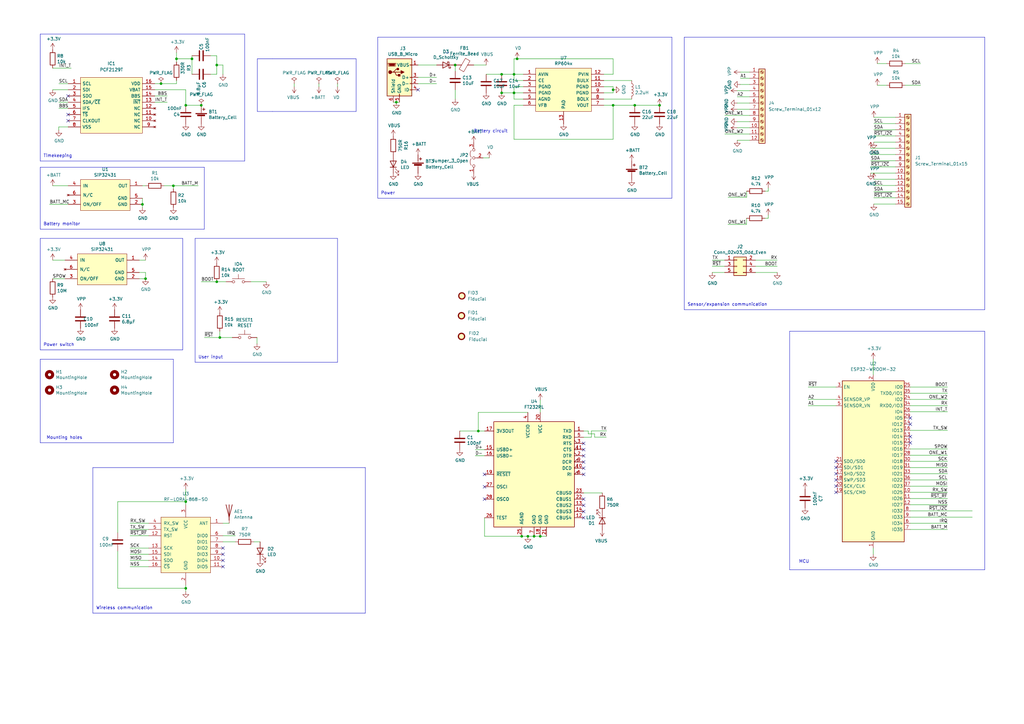
<source format=kicad_sch>
(kicad_sch (version 20230121) (generator eeschema)
  (paper "A3")
  (title_block (title "GEMS sensor board") (date "2019-03-22") (rev "Rev 2") (company "Olivier Pieters"))
  (junction (at 76.2 43.18))
  (junction (at 213.9696 219.964))
  (junction (at 82.55 43.18))
  (junction (at 66.04 34.29))
  (junction (at 221.5896 219.964))
  (junction (at 251.46 43.18))
  (junction (at 251.46 36.83))
  (junction (at 205.74 30.48))
  (junction (at 216.5096 219.964))
  (junction (at 196.1896 176.784))
  (junction (at 219.0496 219.964))
  (junction (at 72.39 24.13))
  (junction (at 205.74 38.1))
  (junction (at 162.56 41.91))
  (junction (at 210.82 30.48))
  (junction (at 90.17 138.43))
  (junction (at 78.74 24.13))
  (junction (at 59.69 114.3))
  (junction (at 71.12 76.2))
  (junction (at 76.2 205.74))
  (junction (at 210.82 38.1))
  (junction (at 212.09 24.13))
  (junction (at 58.42 83.82))
  (junction (at 88.9 26.67))
  (junction (at 186.69 26.67))
  (junction (at 270.51 43.18))
  (junction (at 88.9 115.57))
  (junction (at 76.2 241.3))
  (junction (at 260.35 43.18))
  (no_connect (at 91.44 224.79))
  (no_connect (at 373.38 173.99))
  (no_connect (at 198.7296 204.724))
  (no_connect (at 239.3696 192.024))
  (no_connect (at 373.38 179.07))
  (no_connect (at 239.3696 212.344))
  (no_connect (at 373.38 171.45))
  (no_connect (at 239.3696 209.804))
  (no_connect (at 91.44 229.87))
  (no_connect (at 27.94 46.99))
  (no_connect (at 27.94 39.37))
  (no_connect (at 342.9 201.93))
  (no_connect (at 342.9 194.31))
  (no_connect (at 198.7296 199.644))
  (no_connect (at 239.3696 207.264))
  (no_connect (at 239.3696 181.864))
  (no_connect (at 342.9 199.39))
  (no_connect (at 342.9 189.23))
  (no_connect (at 239.3696 189.484))
  (no_connect (at 171.45 36.83))
  (no_connect (at 342.9 191.77))
  (no_connect (at 239.3696 194.564))
  (no_connect (at 239.3696 204.724))
  (no_connect (at 91.44 232.41))
  (no_connect (at 373.38 181.61))
  (no_connect (at 239.3696 184.404))
  (no_connect (at 27.94 49.53))
  (no_connect (at 91.44 227.33))
  (no_connect (at 342.9 196.85))
  (no_connect (at 198.7296 194.564))
  (no_connect (at 239.3696 186.944))
  (wire (pts (xy 21.59 36.83) (xy 27.94 36.83)))
  (wire (pts (xy 358.394 55.753) (xy 367.284 55.753)))
  (wire (pts (xy 297.2816 54.9656) (xy 307.4416 54.9656)))
  (polyline (pts (xy 80.01 148.59) (xy 138.43 148.59)))
  (wire (pts (xy 242.57 179.324) (xy 242.57 176.7524)))
  (polyline (pts (xy 403.86 15.24) (xy 403.86 127)))
  (wire (pts (xy 388.62 194.31) (xy 373.38 194.31)))
  (wire (pts (xy 88.9 26.67) (xy 91.44 26.67)))
  (wire (pts (xy 241.3 176.784) (xy 239.3696 176.784)))
  (polyline (pts (xy 105.5624 45.72) (xy 105.5624 24.13)))
  (polyline (pts (xy 323.85 135.89) (xy 403.86 135.89)))
  (wire (pts (xy 388.62 158.75) (xy 373.38 158.75)))
  (wire (pts (xy 214.63 30.48) (xy 210.82 30.48)))
  (wire (pts (xy 251.46 38.1) (xy 247.65 38.1)))
  (wire (pts (xy 27.94 83.82) (xy 20.32 83.82)))
  (wire (pts (xy 76.2 200.66) (xy 76.2 205.74)))
  (wire (pts (xy 82.55 115.57) (xy 88.9 115.57)))
  (wire (pts (xy 251.46 43.18) (xy 260.35 43.18)))
  (wire (pts (xy 358.394 50.673) (xy 367.284 50.673)))
  (wire (pts (xy 53.34 232.41) (xy 60.96 232.41)))
  (polyline (pts (xy 105.5624 45.72) (xy 111.76 45.72)))
  (polyline (pts (xy 16.51 143.51) (xy 16.51 97.79)))
  (polyline (pts (xy 323.85 233.68) (xy 323.85 135.89)))
  (wire (pts (xy 357.124 68.453) (xy 367.284 68.453)))
  (polyline (pts (xy 83.82 68.58) (xy 83.82 93.98)))
  (wire (pts (xy 219.0496 219.964) (xy 221.5896 219.964)))
  (wire (pts (xy 105.41 138.43) (xy 105.41 140.97)))
  (polyline (pts (xy 149.86 191.77) (xy 149.86 251.46)))
  (wire (pts (xy 24.13 44.45) (xy 27.94 44.45)))
  (wire (pts (xy 358.394 83.693) (xy 367.284 83.693)))
  (wire (pts (xy 388.62 161.29) (xy 373.38 161.29)))
  (wire (pts (xy 86.36 22.86) (xy 88.9 22.86)))
  (wire (pts (xy 292.1 109.22) (xy 297.18 109.22)))
  (wire (pts (xy 120.65 34.29) (xy 120.65 35.56)))
  (wire (pts (xy 91.44 214.63) (xy 93.98 214.63)))
  (wire (pts (xy 210.82 24.13) (xy 212.09 24.13)))
  (wire (pts (xy 221.5896 219.964) (xy 224.1296 219.964)))
  (wire (pts (xy 241.3 177.9583) (xy 243.8604 177.9583)))
  (polyline (pts (xy 154.94 15.24) (xy 275.59 15.24)))
  (wire (pts (xy 388.62 199.39) (xy 373.38 199.39)))
  (wire (pts (xy 213.9696 219.964) (xy 198.7296 219.964)))
  (wire (pts (xy 72.39 24.13) (xy 78.74 24.13)))
  (wire (pts (xy 216.5096 169.164) (xy 196.1896 169.164)))
  (wire (pts (xy 210.82 38.1) (xy 205.74 38.1)))
  (wire (pts (xy 91.44 219.71) (xy 96.52 219.71)))
  (wire (pts (xy 63.5 41.91) (xy 68.58 41.91)))
  (polyline (pts (xy 146.05 24.13) (xy 146.05 45.72)))
  (wire (pts (xy 251.46 30.48) (xy 247.65 30.48)))
  (polyline (pts (xy 280.67 127) (xy 403.86 127)))
  (wire (pts (xy 210.82 33.02) (xy 210.82 30.48)))
  (wire (pts (xy 239.3696 202.184) (xy 246.9896 202.184)))
  (wire (pts (xy 388.62 191.77) (xy 373.38 191.77)))
  (wire (pts (xy 247.65 43.18) (xy 251.46 43.18)))
  (polyline (pts (xy 138.43 148.59) (xy 138.43 97.79)))
  (polyline (pts (xy 71.12 147.32) (xy 71.12 181.61)))
  (wire (pts (xy 27.94 34.29) (xy 24.13 34.29)))
  (wire (pts (xy 60.96 214.63) (xy 53.34 214.63)))
  (wire (pts (xy 306.2224 78.3844) (xy 306.2224 80.9244)))
  (wire (pts (xy 377.5964 26.0604) (xy 371.2464 26.0604)))
  (wire (pts (xy 251.46 36.83) (xy 251.46 38.1)))
  (wire (pts (xy 171.45 26.67) (xy 179.07 26.67)))
  (wire (pts (xy 357.124 60.833) (xy 367.284 60.833)))
  (wire (pts (xy 88.9 30.48) (xy 86.36 30.48)))
  (wire (pts (xy 318.77 111.76) (xy 309.88 111.76)))
  (wire (pts (xy 162.56 41.91) (xy 163.83 41.91)))
  (polyline (pts (xy 80.01 97.79) (xy 80.01 148.59)))
  (wire (pts (xy 297.18 106.68) (xy 292.1 106.68)))
  (wire (pts (xy 96.52 222.25) (xy 91.44 222.25)))
  (wire (pts (xy 358.394 48.133) (xy 367.284 48.133)))
  (wire (pts (xy 373.38 184.15) (xy 388.62 184.15)))
  (wire (pts (xy 72.39 25.4) (xy 72.39 24.13)))
  (wire (pts (xy 63.5 34.29) (xy 66.04 34.29)))
  (wire (pts (xy 53.34 227.33) (xy 60.96 227.33)))
  (polyline (pts (xy 38.1 191.77) (xy 38.1 251.46)))
  (wire (pts (xy 307.4416 34.6456) (xy 303.6316 34.6456)))
  (wire (pts (xy 196.1896 176.784) (xy 188.5696 176.784)))
  (wire (pts (xy 91.44 26.67) (xy 91.44 30.48)))
  (wire (pts (xy 59.69 76.2) (xy 58.42 76.2)))
  (wire (pts (xy 297.2816 47.3456) (xy 307.4416 47.3456)))
  (wire (pts (xy 213.9696 219.964) (xy 216.5096 219.964)))
  (wire (pts (xy 373.38 168.91) (xy 388.62 168.91)))
  (wire (pts (xy 214.63 38.1) (xy 210.82 38.1)))
  (wire (pts (xy 102.87 115.57) (xy 109.22 115.57)))
  (wire (pts (xy 221.5896 164.084) (xy 221.5896 169.164)))
  (wire (pts (xy 210.82 40.64) (xy 214.63 40.64)))
  (wire (pts (xy 196.1896 169.164) (xy 196.1896 176.784)))
  (wire (pts (xy 243.8604 179.2874) (xy 248.6708 179.2874)))
  (polyline (pts (xy 16.51 143.51) (xy 74.93 143.51)))
  (polyline (pts (xy 403.86 233.68) (xy 323.85 233.68)))
  (wire (pts (xy 242.57 179.324) (xy 239.3696 179.324)))
  (polyline (pts (xy 80.01 97.79) (xy 138.43 97.79)))
  (wire (pts (xy 307.4416 49.8856) (xy 302.3616 49.8856)))
  (wire (pts (xy 388.62 166.37) (xy 373.38 166.37)))
  (wire (pts (xy 186.69 29.21) (xy 186.69 26.67)))
  (wire (pts (xy 194.31 26.67) (xy 199.39 26.67)))
  (wire (pts (xy 78.74 22.86) (xy 78.74 24.13)))
  (polyline (pts (xy 403.86 135.89) (xy 403.86 233.68)))
  (polyline (pts (xy 16.51 13.97) (xy 16.51 66.04)))
  (wire (pts (xy 53.34 224.79) (xy 60.96 224.79)))
  (wire (pts (xy 71.12 76.2) (xy 71.12 77.47)))
  (wire (pts (xy 313.7916 89.5096) (xy 315.0616 89.5096)))
  (wire (pts (xy 251.46 43.18) (xy 251.46 57.15)))
  (polyline (pts (xy 100.33 13.97) (xy 16.51 13.97)))
  (wire (pts (xy 130.81 34.29) (xy 130.81 35.56)))
  (wire (pts (xy 388.62 186.69) (xy 373.38 186.69)))
  (wire (pts (xy 88.9 115.57) (xy 92.71 115.57)))
  (wire (pts (xy 161.29 41.91) (xy 162.56 41.91)))
  (wire (pts (xy 358.14 224.79) (xy 358.14 227.33)))
  (wire (pts (xy 72.39 34.29) (xy 72.39 33.02)))
  (wire (pts (xy 48.26 241.3) (xy 48.26 226.06)))
  (wire (pts (xy 210.82 35.56) (xy 210.82 38.1)))
  (wire (pts (xy 212.09 24.13) (xy 251.46 24.13)))
  (wire (pts (xy 29.21 27.94) (xy 21.59 27.94)))
  (polyline (pts (xy 154.94 15.24) (xy 154.94 81.28)))
  (wire (pts (xy 83.82 138.43) (xy 90.17 138.43)))
  (wire (pts (xy 214.63 35.56) (xy 210.82 35.56)))
  (wire (pts (xy 373.38 212.09) (xy 398.78 212.09)))
  (wire (pts (xy 318.77 109.22) (xy 309.88 109.22)))
  (wire (pts (xy 138.43 34.29) (xy 138.43 35.56)))
  (wire (pts (xy 309.88 106.68) (xy 318.77 106.68)))
  (wire (pts (xy 307.4416 42.2656) (xy 302.3616 42.2656)))
  (wire (pts (xy 104.14 222.25) (xy 106.68 222.25)))
  (polyline (pts (xy 280.67 15.24) (xy 403.86 15.24)))
  (wire (pts (xy 21.59 106.68) (xy 26.67 106.68)))
  (wire (pts (xy 63.5 36.83) (xy 76.2 36.83)))
  (polyline (pts (xy 71.12 181.61) (xy 16.51 181.61)))
  (wire (pts (xy 241.3 176.784) (xy 241.3 177.9583)))
  (wire (pts (xy 358.394 73.533) (xy 367.284 73.533)))
  (polyline (pts (xy 38.1 251.46) (xy 149.86 251.46)))
  (wire (pts (xy 298.6024 80.9244) (xy 306.2224 80.9244)))
  (polyline (pts (xy 111.76 24.13) (xy 146.05 24.13)))
  (wire (pts (xy 298.5516 92.0496) (xy 306.1716 92.0496)))
  (wire (pts (xy 307.4416 44.8056) (xy 302.3616 44.8056)))
  (wire (pts (xy 357.124 65.913) (xy 367.284 65.913)))
  (wire (pts (xy 194.9196 184.404) (xy 198.7296 184.404)))
  (wire (pts (xy 303.6316 29.5656) (xy 307.4416 29.5656)))
  (polyline (pts (xy 154.94 81.28) (xy 275.59 81.28)))
  (polyline (pts (xy 146.05 45.72) (xy 111.76 45.72)))
  (wire (pts (xy 313.8424 78.3844) (xy 315.1124 78.3844)))
  (wire (pts (xy 210.82 57.15) (xy 251.46 57.15)))
  (wire (pts (xy 210.82 43.18) (xy 214.63 43.18)))
  (wire (pts (xy 171.45 31.75) (xy 179.07 31.75)))
  (wire (pts (xy 243.8604 177.9583) (xy 243.8604 179.2874)))
  (wire (pts (xy 78.74 24.13) (xy 78.74 30.48)))
  (wire (pts (xy 373.38 209.55) (xy 398.78 209.55)))
  (polyline (pts (xy 184.15 21.59) (xy 182.88 21.59)))
  (wire (pts (xy 247.65 35.56) (xy 251.46 35.56)))
  (wire (pts (xy 358.394 53.213) (xy 367.284 53.213)))
  (wire (pts (xy 373.38 204.47) (xy 388.62 204.47)))
  (wire (pts (xy 58.42 85.09) (xy 58.42 83.82)))
  (wire (pts (xy 67.31 76.2) (xy 71.12 76.2)))
  (wire (pts (xy 63.5 39.37) (xy 68.58 39.37)))
  (wire (pts (xy 307.4416 52.4256) (xy 302.3616 52.4256)))
  (wire (pts (xy 71.12 76.2) (xy 81.28 76.2)))
  (wire (pts (xy 307.4416 37.1856) (xy 302.3616 37.1856)))
  (wire (pts (xy 358.394 76.073) (xy 367.284 76.073)))
  (polyline (pts (xy 275.59 15.24) (xy 275.59 81.28)))
  (wire (pts (xy 306.1716 89.5096) (xy 306.1716 92.0496)))
  (wire (pts (xy 186.69 36.83) (xy 186.69 40.64)))
  (wire (pts (xy 216.5096 219.964) (xy 219.0496 219.964)))
  (wire (pts (xy 199.39 30.48) (xy 205.74 30.48)))
  (wire (pts (xy 331.47 158.75) (xy 342.9 158.75)))
  (wire (pts (xy 53.34 219.71) (xy 60.96 219.71)))
  (wire (pts (xy 210.82 43.18) (xy 210.82 57.15)))
  (wire (pts (xy 307.4416 39.7256) (xy 302.3616 39.7256)))
  (wire (pts (xy 59.69 111.76) (xy 59.69 114.3)))
  (wire (pts (xy 373.38 214.63) (xy 388.62 214.63)))
  (wire (pts (xy 198.7296 176.784) (xy 196.1896 176.784)))
  (wire (pts (xy 307.4416 57.5056) (xy 302.3616 57.5056)))
  (wire (pts (xy 373.38 176.53) (xy 388.62 176.53)))
  (wire (pts (xy 90.17 135.89) (xy 90.17 138.43)))
  (wire (pts (xy 251.46 24.13) (xy 251.46 30.48)))
  (polyline (pts (xy 16.51 181.61) (xy 16.51 147.32)))
  (wire (pts (xy 57.15 106.68) (xy 59.69 106.68)))
  (wire (pts (xy 76.2 241.3) (xy 76.2 242.57)))
  (wire (pts (xy 48.26 205.74) (xy 76.2 205.74)))
  (wire (pts (xy 210.82 30.48) (xy 205.74 30.48)))
  (polyline (pts (xy 16.51 68.58) (xy 83.82 68.58)))
  (wire (pts (xy 53.34 229.87) (xy 60.96 229.87)))
  (polyline (pts (xy 16.51 93.98) (xy 16.51 68.58)))
  (wire (pts (xy 357.124 63.373) (xy 367.284 63.373)))
  (wire (pts (xy 359.8164 34.9504) (xy 363.6264 34.9504)))
  (wire (pts (xy 72.39 24.13) (xy 72.39 21.59)))
  (wire (pts (xy 60.96 217.17) (xy 53.34 217.17)))
  (wire (pts (xy 57.15 114.3) (xy 59.69 114.3)))
  (wire (pts (xy 27.94 41.91) (xy 24.13 41.91)))
  (wire (pts (xy 357.124 70.993) (xy 367.284 70.993)))
  (wire (pts (xy 388.62 189.23) (xy 373.38 189.23)))
  (wire (pts (xy 76.2 43.18) (xy 76.2 36.83)))
  (wire (pts (xy 88.9 26.67) (xy 88.9 30.48)))
  (wire (pts (xy 373.38 201.93) (xy 388.62 201.93)))
  (wire (pts (xy 198.7296 219.964) (xy 198.7296 212.344)))
  (wire (pts (xy 24.13 52.07) (xy 24.13 53.34)))
  (polyline (pts (xy 100.33 66.04) (xy 100.33 13.97)))
  (wire (pts (xy 90.17 138.43) (xy 95.25 138.43)))
  (wire (pts (xy 358.394 81.153) (xy 367.284 81.153)))
  (polyline (pts (xy 105.5624 24.13) (xy 111.76 24.13)))
  (wire (pts (xy 171.45 34.29) (xy 179.07 34.29)))
  (wire (pts (xy 315.1124 77.1144) (xy 315.1124 78.3844)))
  (wire (pts (xy 21.59 114.3) (xy 26.67 114.3)))
  (wire (pts (xy 247.65 33.02) (xy 259.08 33.02)))
  (polyline (pts (xy 83.82 93.98) (xy 16.51 93.98)))
  (wire (pts (xy 48.26 205.74) (xy 48.26 218.44)))
  (wire (pts (xy 358.14 147.32) (xy 358.14 153.67)))
  (wire (pts (xy 388.62 196.85) (xy 373.38 196.85)))
  (wire (pts (xy 194.9196 186.944) (xy 198.7296 186.944)))
  (polyline (pts (xy 16.51 66.04) (xy 100.33 66.04)))
  (wire (pts (xy 198.12 64.77) (xy 200.66 64.77)))
  (polyline (pts (xy 38.1 191.77) (xy 149.86 191.77)))
  (polyline (pts (xy 280.67 15.24) (xy 280.67 127)))
  (wire (pts (xy 358.394 78.613) (xy 367.284 78.613)))
  (wire (pts (xy 76.2 241.3) (xy 48.26 241.3)))
  (wire (pts (xy 66.04 34.29) (xy 72.39 34.29)))
  (wire (pts (xy 303.6316 32.1056) (xy 307.4416 32.1056)))
  (wire (pts (xy 315.0616 88.2396) (xy 315.0616 89.5096)))
  (wire (pts (xy 358.394 58.293) (xy 367.284 58.293)))
  (wire (pts (xy 21.59 76.2) (xy 27.94 76.2)))
  (wire (pts (xy 24.13 52.07) (xy 27.94 52.07)))
  (wire (pts (xy 58.42 81.28) (xy 58.42 83.82)))
  (wire (pts (xy 388.62 163.83) (xy 373.38 163.83)))
  (wire (pts (xy 247.65 40.64) (xy 259.08 40.64)))
  (polyline (pts (xy 16.51 147.32) (xy 71.12 147.32)))
  (wire (pts (xy 76.2 205.74) (xy 76.2 207.01)))
  (wire (pts (xy 377.5964 34.9504) (xy 371.2464 34.9504)))
  (wire (pts (xy 331.47 163.83) (xy 342.9 163.83)))
  (wire (pts (xy 82.55 43.18) (xy 76.2 43.18)))
  (polyline (pts (xy 16.51 97.79) (xy 74.93 97.79)))
  (wire (pts (xy 88.9 22.86) (xy 88.9 26.67)))
  (wire (pts (xy 76.2 240.03) (xy 76.2 241.3)))
  (wire (pts (xy 260.35 43.18) (xy 270.51 43.18)))
  (wire (pts (xy 292.1 111.76) (xy 297.18 111.76)))
  (wire (pts (xy 331.47 166.37) (xy 342.9 166.37)))
  (wire (pts (xy 359.8164 26.0604) (xy 363.6264 26.0604)))
  (wire (pts (xy 242.57 176.7524) (xy 248.8249 176.7524)))
  (wire (pts (xy 373.38 217.17) (xy 388.62 217.17)))
  (wire (pts (xy 214.63 33.02) (xy 210.82 33.02)))
  (wire (pts (xy 251.46 35.56) (xy 251.46 36.83)))
  (wire (pts (xy 210.82 30.48) (xy 210.82 24.13)))
  (wire (pts (xy 373.38 207.01) (xy 388.62 207.01)))
  (wire (pts (xy 57.15 111.76) (xy 59.69 111.76)))
  (polyline (pts (xy 74.93 97.79) (xy 74.93 143.51)))
  (wire (pts (xy 210.82 38.1) (xy 210.82 40.64)))
  (text "Power switch" (at 17.78 142.24 0) (effects (font (size 1.27 1.27)) (justify left bottom)))
  (text "Wireless communication" (at 39.37 250.19 0) (effects (font (size 1.27 1.27)) (justify left bottom)))
  (text "Timekeeping" (at 17.78 64.77 0) (effects (font (size 1.27 1.27)) (justify left bottom)))
  (text "User input" (at 81.28 147.32 0) (effects (font (size 1.27 1.27)) (justify left bottom)))
  (text "MCU" (at 327.66 231.14 0) (effects (font (size 1.27 1.27)) (justify left bottom)))
  (text "Battery circuit" (at 194.31 54.61 0) (effects (font (size 1.27 1.27)) (justify left bottom)))
  (text "Sensor/expansion communication" (at 281.94 125.73 0) (effects (font (size 1.27 1.27)) (justify left bottom)))
  (text "Battery monitor" (at 17.78 92.71 0) (effects (font (size 1.27 1.27)) (justify left bottom)))
  (text "Mounting holes" (at 19.05 180.34 0) (effects (font (size 1.27 1.27)) (justify left bottom)))
  (text "Power" (at 156.21 80.01 0) (effects (font (size 1.27 1.27)) (justify left bottom)))
  (label "ONE_W1" (at 298.5516 92.0496 0))
  (label "BOOT" (at 318.77 109.22 180))
  (label "SPOW" (at 21.59 114.3 0))
  (label "~{RST}" (at 83.82 138.43 0))
  (label "INT_T" (at 29.21 27.94 180))
  (label "SDA" (at 358.394 53.213 0))
  (label "INT_T" (at 388.62 168.91 180))
  (label "~{RST}" (at 331.47 158.75 0))
  (label "SCL" (at 24.13 34.29 0))
  (label "MISO" (at 53.34 229.87 0))
  (label "SDA" (at 388.62 194.31 180))
  (label "~{RST_RF}" (at 53.34 219.71 0))
  (label "SCL" (at 358.394 50.673 0))
  (label "SDA" (at 24.13 41.91 0))
  (label "SCK" (at 53.34 224.79 0))
  (label "MISO" (at 388.62 191.77 180))
  (label "D-" (at 179.07 34.29 180))
  (label "IRQ" (at 96.52 219.71 180))
  (label "ONE_W2" (at 388.62 163.83 180))
  (label "SPOW" (at 388.62 184.15 180))
  (label "SCL" (at 388.62 196.85 180))
  (label "~{RST_I2C}" (at 388.62 209.55 180))
  (label "SDA" (at 358.394 78.613 0))
  (label "RX" (at 248.6708 179.2874 180))
  (label "ONE_W1" (at 297.2816 47.3456 0))
  (label "TX" (at 388.62 161.29 180))
  (label "BATT_M" (at 81.28 76.2 180))
  (label "RX_SW" (at 53.34 214.63 0))
  (label "SCL" (at 357.124 63.373 0))
  (label "A1" (at 331.47 166.37 0))
  (label "A1" (at 303.6316 32.1056 0))
  (label "INT_T" (at 68.58 41.91 180))
  (label "TX_SW" (at 388.62 176.53 180))
  (label "SCL" (at 377.5964 26.0604 180))
  (label "D+" (at 179.07 31.75 180))
  (label "ONE_W2" (at 297.2816 54.9656 0))
  (label "ONE_W1" (at 388.62 186.69 180))
  (label "SCL" (at 358.394 76.073 0))
  (label "BATT_MC" (at 20.32 83.82 0))
  (label "BBS" (at 68.58 39.37 180))
  (label "RX" (at 318.77 106.68 180))
  (label "TX" (at 292.1 106.68 0))
  (label "BATT_MC" (at 388.62 212.09 180))
  (label "BOOT" (at 388.62 158.75 180))
  (label "TX" (at 248.8249 176.7524 180))
  (label "~{RST_I2C}" (at 358.394 81.153 0))
  (label "MOSI" (at 53.34 227.33 0))
  (label "NSS" (at 53.34 232.41 0))
  (label "SDA" (at 357.124 65.913 0))
  (label "D+" (at 194.9196 184.404 0))
  (label "A2" (at 302.3616 39.7256 0))
  (label "~{RST_I2C}" (at 358.394 55.753 0))
  (label "~{RST_RF}" (at 388.62 204.47 180))
  (label "IRQ" (at 388.62 214.63 180))
  (label "RX_SW" (at 388.62 201.93 180))
  (label "ONE_W2" (at 298.6024 80.9244 0))
  (label "MOSI" (at 388.62 199.39 180))
  (label "RX" (at 388.62 166.37 180))
  (label "SCK" (at 388.62 189.23 180))
  (label "D-" (at 194.9196 186.944 0))
  (label "~{RST_I2C}" (at 357.124 68.453 0))
  (label "~{RST}" (at 292.1 109.22 0))
  (label "BATT_M" (at 388.62 217.17 180))
  (label "BBS" (at 24.13 44.45 0))
  (label "A2" (at 331.47 163.83 0))
  (label "TX_SW" (at 53.34 217.17 0))
  (label "BOOT" (at 82.55 115.57 0))
  (label "NSS" (at 388.62 207.01 180))
  (label "SDA" (at 377.5964 34.9504 180))
  (symbol (lib_id "power:+3.3V") (at 72.39 21.59 0) (unit 1)
    (property "Reference" "#PWR013" (effects hide))
    (property "Value" "+3.3V" (at 72.771 17.1958 0))
  )
  (symbol (lib_id "power:GND") (at 21.59 36.83 0) (unit 1)
    (property "Reference" "#PWR01" (effects hide))
    (property "Value" "GND" (at 21.717 41.2242 0))
  )
  (symbol (lib_id "power:GND") (at 76.2 242.57 0) (unit 1)
    (property "Reference" "#PWR028" (effects hide))
    (property "Value" "GND" (at 76.327 246.9642 0))
  )
  (symbol (lib_id "power:GND") (at 357.124 70.993 0) (unit 1)
    (property "Reference" "#PWR048" (effects hide))
    (property "Value" "GND" (at 357.251 75.3872 0))
  )
  (symbol (lib_id "power:GND") (at 24.13 53.34 0) (unit 1)
    (property "Reference" "#PWR03" (effects hide))
    (property "Value" "GND" (at 24.257 57.7342 0))
  )
  (symbol (lib_id "Device:R") (at 309.9816 89.5096 270) (unit 1)
    (property "Reference" "R10" (at 309.9816 84.2518 90))
    (property "Value" "4.7k" (at 309.9816 86.5632 90))
    (property "Footprint" "Resistor_SMD:R_0603_1608Metric" (effects hide))
    (property "Mouser" "71-CRCW06034K70JNEAC" (effects hide))
    (property "Price" "0.085" (effects hide))
    (property "Manufacturer_Name" "Vishay" (effects hide))
    (property "Manufacturer_Part_Number" "CRCW06034K70JNEAC" (effects hide))
  )
  (symbol (lib_id "power:GND") (at 303.6316 34.6456 270) (unit 1)
    (property "Reference" "#PWR060" (effects hide))
    (property "Value" "GND" (at 299.2374 34.7726 0))
  )
  (symbol (lib_id "Switch:SW_Push") (at 97.79 115.57 0) (unit 1)
    (property "Reference" "IO4" (at 97.79 108.331 0))
    (property "Value" "BOOT" (at 97.79 110.6424 0))
    (property "Footprint" "Button_Switch_SMD:SW_SPST_KMR2" (effects hide))
    (property "Mouser" "611-KMR621NGLFS" (effects hide))
    (property "Price" "0.33" (effects hide))
    (property "Manufacturer_Part_Number" "KMR621NGLFS" (effects hide))
  )
  (symbol (lib_id "Switch:SW_Push") (at 100.33 138.43 0) (unit 1)
    (property "Reference" "RESET1" (at 100.33 131.191 0))
    (property "Value" "RESET" (at 100.33 133.5024 0))
    (property "Footprint" "Button_Switch_SMD:SW_SPST_KMR2" (effects hide))
    (property "Mouser" "611-KMR621NGLFS" (effects hide))
    (property "Price" "0.33" (effects hide))
    (property "Manufacturer_Name" "C&K" (effects hide))
    (property "Manufacturer_Part_Number" "KMR621NGLFS" (effects hide))
  )
  (symbol (lib_id "power:GND") (at 109.22 115.57 0) (unit 1)
    (property "Reference" "#PWR077" (effects hide))
    (property "Value" "GND" (at 109.347 119.9642 0))
  )
  (symbol (lib_id "power:+3.3V") (at 90.17 128.27 0) (unit 1)
    (property "Reference" "#PWR078" (effects hide))
    (property "Value" "+3.3V" (at 90.551 123.8758 0))
  )
  (symbol (lib_id "Device:R") (at 90.17 132.08 0) (unit 1)
    (property "Reference" "R15" (at 91.948 130.9116 0) (effects (justify left)))
    (property "Value" "10k" (at 91.948 133.223 0) (effects (justify left)))
    (property "Footprint" "Resistor_SMD:R_0603_1608Metric" (effects hide))
    (property "Mouser" "284-APC0603B10K0N" (effects hide))
    (property "Price" "0.102" (effects hide))
    (property "Manufacturer_Part_Number" "APC0603B10K0N" (effects hide))
  )
  (symbol (lib_id "power:GND") (at 292.1 111.76 0) (unit 1)
    (property "Reference" "#PWR080" (effects hide))
    (property "Value" "GND" (at 292.227 116.1542 0))
  )
  (symbol (lib_id "Device:C") (at 48.26 222.25 0) (unit 1)
    (property "Reference" "C9" (at 41.91 220.98 0) (effects (justify left)))
    (property "Value" "100nF" (at 40.64 223.52 0) (effects (justify left)))
    (property "Footprint" "Capacitor_SMD:C_0603_1608Metric" (effects hide))
    (property "Mouser" "810-CGA3E2X8R1E104K" (effects hide))
    (property "Price" "0.136" (effects hide))
    (property "Manufacturer_Part_Number" "CGA3E2X8R1E104K" (effects hide))
  )
  (symbol (lib_id "Device:R") (at 72.39 29.21 180) (unit 1)
    (property "Reference" "R3" (at 77.47 29.21 90) (effects (justify right)))
    (property "Value" "330R" (at 74.93 30.48 90) (effects (justify right)))
    (property "Footprint" "Resistor_SMD:R_0603_1608Metric" (effects hide))
    (property "Mouser" "603-RC0603JR-07330RL" (effects hide))
    (property "Price" "0.085" (effects hide))
    (property "Manufacturer_Part_Number" "RC0603JR-07330RL" (effects hide))
  )
  (symbol (lib_id "Device:C") (at 76.2 46.99 180) (unit 1)
    (property "Reference" "C4" (at 71.12 46.99 0) (effects (justify right)))
    (property "Value" "100nF" (at 68.58 44.45 0) (effects (justify right)))
    (property "Footprint" "Capacitor_SMD:C_0603_1608Metric" (effects hide))
    (property "Mouser" "810-CGA3E2X8R1E104K" (effects hide))
    (property "Price" "0.136" (effects hide))
    (property "Manufacturer_Part_Number" "CGA3E2X8R1E104K" (effects hide))
  )
  (symbol (lib_id "Device:C") (at 82.55 30.48 270) (unit 1)
    (property "Reference" "C6" (at 83.7184 33.401 0) (effects (justify left)))
    (property "Value" "6.8µF" (at 81.407 33.401 0) (effects (justify left)))
    (property "Footprint" "Capacitor_SMD:C_1206_3216Metric" (effects hide))
    (property "Mouser" "810-CGA5L1X7R1C685MC" (effects hide))
    (property "Price" "0.364" (effects hide))
    (property "Manufacturer_Part_Number" "CGA5L1X7R1C685MC" (effects hide))
  )
  (symbol (lib_id "power:+3.3V") (at 358.14 147.32 0) (unit 1)
    (property "Reference" "#PWR017" (effects hide))
    (property "Value" "+3.3V" (at 358.521 142.9258 0))
  )
  (symbol (lib_id "power:GND") (at 358.14 227.33 0) (unit 1)
    (property "Reference" "#PWR020" (effects hide))
    (property "Value" "GND" (at 358.267 231.7242 0))
  )
  (symbol (lib_id "Device:C") (at 330.2 204.47 180) (unit 1)
    (property "Reference" "C7" (at 336.6008 204.47 90))
    (property "Value" "100nF" (at 334.2894 204.47 90))
    (property "Footprint" "Capacitor_SMD:C_0603_1608Metric" (effects hide))
    (property "Mouser" "810-CGA3E2X8R1E104K" (effects hide))
    (property "Price" "0.136" (effects hide))
    (property "Manufacturer_Part_Number" "CGA3E2X8R1E104K" (effects hide))
  )
  (symbol (lib_id "Device:Battery_Cell") (at 82.55 48.26 0) (unit 1)
    (property "Reference" "BT1" (at 85.5472 45.8216 0) (effects (justify left)))
    (property "Value" "Battery_Cell" (at 85.5472 48.133 0) (effects (justify left)))
    (property "Footprint" "gems_footprints:Renata_Battery_Holder_SMTM1125" (effects hide))
    (property "Mouser" "614-SMTM1225" (effects hide))
    (property "Price" "0.529" (effects hide))
    (property "Manufacturer_Part_Number" "SMTM1225" (effects hide))
  )
  (symbol (lib_id "Device:D_Schottky") (at 182.88 26.67 180) (unit 1)
    (property "Reference" "D3" (at 182.88 21.1836 0))
    (property "Value" "D_Schottky" (at 182.88 23.495 0))
    (property "Footprint" "Diode_SMD:D_SMB" (effects hide))
    (property "Mouser" "78-TLMY1000" (effects hide))
    (property "Price" "0.36" (effects hide))
    (property "Manufacturer_Part_Number" "TLMY1000" (effects hide))
  )
  (symbol (lib_id "sensor_node-rescue:Ferrite_Bead-Device") (at 190.5 26.67 270) (unit 1)
    (property "Reference" "FB1" (at 190.5 19.7104 90))
    (property "Value" "Ferrite_Bead" (at 190.5 22.0218 90))
    (property "Footprint" "Inductor_SMD:L_0805_2012Metric_Pad1.15x1.40mm_HandSolder" (effects hide))
    (property "Mouser" "875-MI0805K400R-10" (effects hide))
    (property "Price" "0.09" (effects hide))
    (property "Manufacturer_Part_Number" "MI0805K400R-10" (effects hide))
  )
  (symbol (lib_id "Device:C") (at 186.69 33.02 180) (unit 1)
    (property "Reference" "C13" (at 189.611 31.8516 0) (effects (justify right)))
    (property "Value" "10uF" (at 189.611 34.163 0) (effects (justify right)))
    (property "Footprint" "Capacitor_SMD:C_1206_3216Metric" (effects hide))
    (property "Mouser" "963-TMK325BJ106KM-P" (effects hide))
    (property "Price" "0.415" (effects hide))
    (property "Manufacturer_Part_Number" "TMK325BJ106KM-P" (effects hide))
  )
  (symbol (lib_id "power:GND") (at 186.69 40.64 0) (unit 1)
    (property "Reference" "#PWR042" (effects hide))
    (property "Value" "GND" (at 186.817 45.0342 0))
  )
  (symbol (lib_id "sensor_node-rescue:USB_B_Micro-Connector") (at 163.83 31.75 0) (unit 1)
    (property "Reference" "J3" (at 165.227 19.8882 0))
    (property "Value" "USB_B_Micro" (at 165.227 22.1996 0))
    (property "Footprint" "Connector_USB:USB_Micro-B_Molex-105017-0001" (effects hide))
    (property "Mouser" "538-105017-0001" (effects hide))
    (property "Price" "0.70" (effects hide))
    (property "Manufacturer_Part_Number" "105017-0001" (effects hide))
  )
  (symbol (lib_id "power:GND") (at 162.56 41.91 0) (unit 1)
    (property "Reference" "#PWR034" (effects hide))
    (property "Value" "GND" (at 162.687 46.3042 0))
  )
  (symbol (lib_id "power:GND") (at 231.14 50.8 0) (unit 1)
    (property "Reference" "#PWR0101" (effects hide))
    (property "Value" "GND" (at 231.267 55.1942 0))
  )
  (symbol (lib_id "Mechanical:MountingHole") (at 20.32 153.67 0) (unit 1)
    (property "Reference" "H1" (at 22.86 152.5016 0) (effects (justify left)))
    (property "Value" "MountingHole" (at 22.86 154.813 0) (effects (justify left)))
    (property "Footprint" "MountingHole:MountingHole_3.2mm_M3" (effects hide))
    (property "Price" "0" (effects hide))
  )
  (symbol (lib_id "Mechanical:MountingHole") (at 46.99 153.67 0) (unit 1)
    (property "Reference" "H2" (at 49.53 152.5016 0) (effects (justify left)))
    (property "Value" "MountingHole" (at 49.53 154.813 0) (effects (justify left)))
    (property "Footprint" "MountingHole:MountingHole_3.2mm_M3" (effects hide))
    (property "Price" "0" (effects hide))
  )
  (symbol (lib_id "Device:Battery_Cell") (at 171.45 68.58 0) (unit 1)
    (property "Reference" "BT3" (at 174.4472 66.1416 0) (effects (justify left)))
    (property "Value" "Battery_Cell" (at 174.4472 68.453 0) (effects (justify left)))
    (property "Footprint" "gems_footprints:Eagle_Battery_Holder_A_12BH311P-GR" (effects hide))
    (property "Farnell battery AA" "1365937" (effects hide))
    (property "Mouser" "12BH311P-GR" (effects hide))
    (property "Manufacturer_Part_Number" "12BH311P-GR" (effects hide))
  )
  (symbol (lib_id "Device:C") (at 270.51 46.99 0) (unit 1)
    (property "Reference" "C18" (at 273.431 45.8216 0) (effects (justify left)))
    (property "Value" "22uF" (at 273.431 48.133 0) (effects (justify left)))
    (property "Footprint" "Capacitor_SMD:C_1206_3216Metric" (effects hide))
    (property "Mouser" "963-TMK316BBJ226ML-T" (effects hide))
    (property "Price" "0.449" (effects hide))
    (property "Manufacturer_Part_Number" "TMK316BBJ226ML-T" (effects hide))
  )
  (symbol (lib_id "power:GND") (at 270.51 50.8 0) (unit 1)
    (property "Reference" "#PWR089" (effects hide))
    (property "Value" "GND" (at 270.637 55.1942 0))
  )
  (symbol (lib_id "Device:C") (at 199.39 34.29 180) (unit 1)
    (property "Reference" "C17" (at 202.311 33.1216 0) (effects (justify right)))
    (property "Value" "10uF" (at 202.311 35.433 0) (effects (justify right)))
    (property "Footprint" "Capacitor_SMD:C_1206_3216Metric" (effects hide))
    (property "Mouser" "963-TMK325BJ106KM-P" (effects hide))
    (property "Price" "0.415" (effects hide))
    (property "Manufacturer_Part_Number" "TMK325BJ106KM-P" (effects hide))
  )
  (symbol (lib_id "power:GND") (at 199.39 38.1 0) (unit 1)
    (property "Reference" "#PWR088" (effects hide))
    (property "Value" "GND" (at 199.517 42.4942 0))
  )
  (symbol (lib_id "power:+BATT") (at 171.45 63.5 0) (unit 1)
    (property "Reference" "#PWR039" (effects hide))
    (property "Value" "+BATT" (at 171.831 59.1058 0))
  )
  (symbol (lib_id "power:VBUS") (at 199.39 26.67 0) (unit 1)
    (property "Reference" "#PWR044" (effects hide))
    (property "Value" "VBUS" (at 199.771 22.2758 0))
  )
  (symbol (lib_id "power:GND") (at 76.2 50.8 0) (unit 1)
    (property "Reference" "#PWR014" (effects hide))
    (property "Value" "GND" (at 76.327 55.1942 0))
  )
  (symbol (lib_id "Device:C") (at 82.55 22.86 90) (unit 1)
    (property "Reference" "C5" (at 82.55 17.78 0) (effects (justify right)))
    (property "Value" "100nF" (at 85.09 15.24 0) (effects (justify right)))
    (property "Footprint" "Capacitor_SMD:C_0603_1608Metric" (effects hide))
    (property "Mouser" "810-CGA3E2X8R1E104K" (effects hide))
    (property "Price" "0.136" (effects hide))
    (property "Manufacturer_Part_Number" "CGA3E2X8R1E104K" (effects hide))
  )
  (symbol (lib_id "Device:LED") (at 161.29 67.31 90) (unit 1)
    (property "Reference" "D4" (at 164.2618 66.3448 90) (effects (justify right)))
    (property "Value" "LED" (at 164.2618 68.6562 90) (effects (justify right)))
    (property "Footprint" "LED_SMD:LED_0603_1608Metric" (effects hide))
    (property "Mouser" "78-TLMY1000" (effects hide))
    (property "Price" "0.36" (effects hide))
    (property "Manufacturer_Part_Number" "TLMY1000" (effects hide))
  )
  (symbol (lib_id "Device:R") (at 161.29 59.69 180) (unit 1)
    (property "Reference" "R16" (at 166.5478 59.69 90))
    (property "Value" "750R" (at 164.2364 59.69 90))
    (property "Footprint" "Resistor_SMD:R_0603_1608Metric" (effects hide))
    (property "Mouser" "603-RC0603FR-07750RL" (effects hide))
    (property "Price" "0.085" (effects hide))
    (property "Manufacturer_Part_Number" "RC0603FR-07750RL" (effects hide))
  )
  (symbol (lib_id "power:GND") (at 161.29 71.12 0) (unit 1)
    (property "Reference" "#PWR0102" (effects hide))
    (property "Value" "GND" (at 161.417 75.5142 0))
  )
  (symbol (lib_id "power:VBUS") (at 161.29 55.88 0) (unit 1)
    (property "Reference" "#PWR0103" (effects hide))
    (property "Value" "VBUS" (at 161.671 51.4858 0))
  )
  (symbol (lib_id "power:GND") (at 91.44 30.48 0) (unit 1)
    (property "Reference" "#PWR018" (effects hide))
    (property "Value" "GND" (at 91.567 34.8742 0))
  )
  (symbol (lib_id "GEMS:RP604x") (at 231.14 36.83 0) (unit 1)
    (property "Reference" "U7" (at 231.14 23.749 0))
    (property "Value" "RP604x" (at 231.14 26.0604 0))
    (property "Footprint" "gems_footprints:DFN_12_Pin_2.7x3mm_P0.5mm" (effects hide))
    (property "Datasheet" "https://www.mouser.be/datasheet/2/792/rp604-ea-1307773.pdf" (effects hide))
    (property "Mouser" "848-RP604K331A-TR" (effects hide))
    (property "Price" "1.8" (effects hide))
    (property "Manufacturer_Name" "Nisshinbo " (effects hide))
    (property "Manufacturer_Part_Number" "RP604K331A-TR " (effects hide))
  )
  (symbol (lib_id "power:GND") (at 205.74 38.1 0) (unit 1)
    (property "Reference" "#PWR049" (effects hide))
    (property "Value" "GND" (at 205.867 42.4942 0))
  )
  (symbol (lib_id "Device:L") (at 259.08 36.83 0) (unit 1)
    (property "Reference" "L1" (at 260.4262 35.6616 0) (effects (justify left)))
    (property "Value" "2.2uH" (at 260.4262 37.973 0) (effects (justify left)))
    (property "Footprint" "gems_footprints:L_L4mm_D4mm_H1.8mm" (effects hide))
    (property "Mouser" "TYS40182R2M-10" (effects hide))
    (property "Price" "0.169" (effects hide))
    (property "Manufacturer_Part_Number" "TYS40182R2M-10" (effects hide))
  )
  (symbol (lib_id "Mechanical:MountingHole") (at 46.99 160.02 0) (unit 1)
    (property "Reference" "H4" (at 49.53 158.8516 0) (effects (justify left)))
    (property "Value" "MountingHole" (at 49.53 161.163 0) (effects (justify left)))
    (property "Footprint" "MountingHole:MountingHole_3.2mm_M3" (effects hide))
    (property "Price" "0" (effects hide))
  )
  (symbol (lib_id "Mechanical:MountingHole") (at 20.32 160.02 0) (unit 1)
    (property "Reference" "H3" (at 22.86 158.8516 0) (effects (justify left)))
    (property "Value" "MountingHole" (at 22.86 161.163 0) (effects (justify left)))
    (property "Footprint" "MountingHole:MountingHole_3.2mm_M3" (effects hide))
    (property "Price" "0" (effects hide))
  )
  (symbol (lib_id "Device:LED") (at 106.68 226.06 90) (unit 1)
    (property "Reference" "D2" (at 109.6518 225.0948 90) (effects (justify right)))
    (property "Value" "LED" (at 109.6518 227.4062 90) (effects (justify right)))
    (property "Footprint" "LED_SMD:LED_0603_1608Metric" (effects hide))
    (property "Mouser" "78-TLMY1000" (effects hide))
    (property "Price" "0.36" (effects hide))
    (property "Manufacturer_Part_Number" "TLMY1000" (effects hide))
  )
  (symbol (lib_id "power:GND") (at 106.68 229.87 0) (unit 1)
    (property "Reference" "#PWR033" (effects hide))
    (property "Value" "GND" (at 106.807 234.2642 0))
  )
  (symbol (lib_id "Device:R") (at 100.33 222.25 270) (unit 1)
    (property "Reference" "R7" (at 100.33 216.9922 90))
    (property "Value" "750R" (at 100.33 219.3036 90))
    (property "Footprint" "Resistor_SMD:R_0603_1608Metric" (effects hide))
    (property "Mouser" "603-RC0603FR-07750RL" (effects hide))
    (property "Price" "0.085" (effects hide))
    (property "Manufacturer_Part_Number" "RC0603FR-07750RL" (effects hide))
  )
  (symbol (lib_id "power:+BATT") (at 194.31 58.42 0) (unit 1)
    (property "Reference" "#PWR050" (effects hide))
    (property "Value" "+BATT" (at 194.691 54.0258 0))
  )
  (symbol (lib_id "Device:C") (at 205.74 34.29 180) (unit 1)
    (property "Reference" "C14" (at 208.661 33.1216 0) (effects (justify right)))
    (property "Value" "10uF" (at 208.661 35.433 0) (effects (justify right)))
    (property "Footprint" "Capacitor_SMD:C_1206_3216Metric" (effects hide))
    (property "Mouser" "963-TMK325BJ106KM-P" (effects hide))
    (property "Price" "0.415" (effects hide))
    (property "Manufacturer_Part_Number" "TMK325BJ106KM-P" (effects hide))
  )
  (symbol (lib_id "Device:C") (at 260.35 46.99 0) (unit 1)
    (property "Reference" "C16" (at 263.271 45.8216 0) (effects (justify left)))
    (property "Value" "22uF" (at 263.271 48.133 0) (effects (justify left)))
    (property "Footprint" "Capacitor_SMD:C_1206_3216Metric" (effects hide))
    (property "Mouser" "963-TMK316BBJ226ML-T" (effects hide))
    (property "Price" "0.449" (effects hide))
    (property "Manufacturer_Part_Number" "TMK316BBJ226ML-T" (effects hide))
  )
  (symbol (lib_id "power:GND") (at 260.35 50.8 0) (unit 1)
    (property "Reference" "#PWR073" (effects hide))
    (property "Value" "GND" (at 260.477 55.1942 0))
  )
  (symbol (lib_id "power:+3.3V") (at 270.51 43.18 0) (unit 1)
    (property "Reference" "#PWR074" (effects hide))
    (property "Value" "+3.3V" (at 270.891 38.7858 0))
  )
  (symbol (lib_id "Device:Antenna") (at 93.98 209.55 0) (unit 1)
    (property "Reference" "AE1" (at 96.012 209.7786 0) (effects (justify left)))
    (property "Value" "Antenna" (at 96.012 212.09 0) (effects (justify left)))
    (property "Footprint" "Connector_PinHeader_2.54mm:PinHeader_1x01_P2.54mm_Vertical" (effects hide))
    (property "Price" "0" (effects hide))
    (property "Comment" "Wire antenna, to be soldered by user" (effects hide))
  )
  (symbol (lib_id "sensor_node-rescue:Jumper_3_Open-Jumper") (at 194.31 64.77 90) (unit 1)
    (property "Reference" "JP2" (at 192.1256 63.6016 90) (effects (justify left)))
    (property "Value" "Jumper_3_Open" (at 192.1256 65.913 90) (effects (justify left)))
    (property "Footprint" "Connector_PinHeader_2.54mm:PinHeader_1x03_P2.54mm_Vertical" (effects hide))
    (property "Mouser" "571-4-103321-5" (effects hide))
    (property "Price" "0.237" (effects hide))
    (property "Manufacturer_Part_Number" "4-103321-5 " (effects hide))
  )
  (symbol (lib_id "power:VD") (at 200.66 64.77 0) (unit 1)
    (property "Reference" "#PWR055" (effects hide))
    (property "Value" "VD" (at 201.0918 60.3758 0))
  )
  (symbol (lib_id "power:VBUS") (at 194.31 71.12 180) (unit 1)
    (property "Reference" "#PWR051" (effects hide))
    (property "Value" "VBUS" (at 193.929 75.5142 0))
  )
  (symbol (lib_id "power:GND") (at 82.55 50.8 0) (unit 1)
    (property "Reference" "#PWR015" (effects hide))
    (property "Value" "GND" (at 82.677 55.1942 0))
  )
  (symbol (lib_id "power:GND") (at 171.45 71.12 0) (unit 1)
    (property "Reference" "#PWR040" (effects hide))
    (property "Value" "GND" (at 171.577 75.5142 0))
  )
  (symbol (lib_id "power:VD") (at 212.09 24.13 0) (unit 1)
    (property "Reference" "#PWR054" (effects hide))
    (property "Value" "VD" (at 212.5218 19.7358 0))
  )
  (symbol (lib_id "GEMS:SiP32431") (at 43.18 80.01 0) (unit 1)
    (property "Reference" "U1" (at 43.18 69.469 0))
    (property "Value" "SiP32431" (at 43.18 71.7804 0))
    (property "Footprint" "Package_TO_SOT_SMD:SOT-363_SC-70-6" (effects hide))
    (property "Datasheet" "https://www.vishay.com/docs/66597/sip32431.pdf" (effects hide))
    (property "Mouser" "781-SIP32431DR3-GE3" (effects hide))
    (property "Price" "0.51" (effects hide))
    (property "Manufacturer_Name" "Vishay" (effects hide))
    (property "Manufacturer_Part_Number" "SIP32431DR3-T1GE3 " (effects hide))
  )
  (symbol (lib_id "power:+BATT") (at 21.59 76.2 0) (unit 1)
    (property "Reference" "#PWR02" (effects hide))
    (property "Value" "+BATT" (at 21.971 71.8058 0))
  )
  (symbol (lib_id "Device:R") (at 63.5 76.2 270) (unit 1)
    (property "Reference" "R1" (at 63.5 70.9422 90))
    (property "Value" "10k" (at 63.5 73.2536 90))
    (property "Footprint" "Resistor_SMD:R_0603_1608Metric" (effects hide))
    (property "Mouser" "284-APC0603B10K0N" (effects hide))
    (property "Price" "0.102" (effects hide))
    (property "Manufacturer_Part_Number" "APC0603B10K0N" (effects hide))
  )
  (symbol (lib_id "Device:R") (at 71.12 81.28 0) (unit 1)
    (property "Reference" "R2" (at 72.898 80.1116 0) (effects (justify left)))
    (property "Value" "10k" (at 72.898 82.423 0) (effects (justify left)))
    (property "Footprint" "Resistor_SMD:R_0603_1608Metric" (effects hide))
    (property "Mouser" "284-APC0603B10K0N" (effects hide))
    (property "Price" "0.102" (effects hide))
    (property "Manufacturer_Part_Number" "APC0603B10K0N" (effects hide))
  )
  (symbol (lib_id "power:GND") (at 71.12 85.09 0) (unit 1)
    (property "Reference" "#PWR012" (effects hide))
    (property "Value" "GND" (at 71.247 89.4842 0))
  )
  (symbol (lib_id "Device:Battery_Cell") (at 259.08 71.12 0) (unit 1)
    (property "Reference" "BT2" (at 262.0772 68.6816 0) (effects (justify left)))
    (property "Value" "Battery_Cell" (at 262.0772 70.993 0) (effects (justify left)))
    (property "Footprint" "Connector_JST:JST_EH_B02B-EH-A_1x02_P2.50mm_Vertical" (effects hide))
    (property "Mouser" "2399159" (effects hide))
    (property "Price" "0.635" (effects hide))
    (property "Manufacturer_Part_Number" "B2B-EH-A(LF)(SN)" (effects hide))
  )
  (symbol (lib_id "power:GND") (at 259.08 73.66 0) (unit 1)
    (property "Reference" "#PWR036" (effects hide))
    (property "Value" "GND" (at 259.207 78.0542 0))
  )
  (symbol (lib_id "power:+BATT") (at 259.08 66.04 0) (unit 1)
    (property "Reference" "#PWR035" (effects hide))
    (property "Value" "+BATT" (at 259.461 61.6458 0))
  )
  (symbol (lib_id "power:GND") (at 58.42 85.09 0) (unit 1)
    (property "Reference" "#PWR011" (effects hide))
    (property "Value" "GND" (at 58.547 89.4842 0))
  )
  (symbol (lib_id "power:+3.3V") (at 88.9 107.95 0) (unit 1)
    (property "Reference" "#PWR081" (effects hide))
    (property "Value" "+3.3V" (at 89.281 103.5558 0))
  )
  (symbol (lib_id "Device:R") (at 88.9 111.76 0) (unit 1)
    (property "Reference" "R14" (at 90.678 110.5916 0) (effects (justify left)))
    (property "Value" "10k" (at 90.678 112.903 0) (effects (justify left)))
    (property "Footprint" "Resistor_SMD:R_0603_1608Metric" (effects hide))
    (property "Mouser" "284-APC0603B10K0N" (effects hide))
    (property "Price" "0.102" (effects hide))
    (property "Manufacturer_Part_Number" "APC0603B10K0N" (effects hide))
  )
  (symbol (lib_id "Device:R") (at 310.0324 78.3844 270) (unit 1)
    (property "Reference" "R12" (at 310.0324 73.1266 90))
    (property "Value" "4.7k" (at 310.0324 75.438 90))
    (property "Footprint" "Resistor_SMD:R_0603_1608Metric" (effects hide))
    (property "Mouser" "71-CRCW06034K70JNEAC" (effects hide))
    (property "Price" "0.085" (effects hide))
    (property "Manufacturer_Name" "Vishay" (effects hide))
    (property "Manufacturer_Part_Number" "CRCW06034K70JNEAC" (effects hide))
  )
  (symbol (lib_id "RF_Module:ESP32-WROOM-32") (at 358.14 189.23 0) (unit 1)
    (property "Reference" "U2" (at 358.14 149.1488 0))
    (property "Value" "ESP32-WROOM-32" (at 358.14 151.4602 0))
    (property "Footprint" "RF_Module:ESP32-WROOM-32" (effects hide))
    (property "Datasheet" "https://www.espressif.com/sites/default/files/documentation/esp32-wroom-32_datasheet_en.pdf" (effects hide))
    (property "Mouser" "356-ES32WROOM32D16MB" (effects hide))
    (property "Price" "3.81" (effects hide))
    (property "Manufacturer_Name" "Espressif Systems" (effects hide))
    (property "Manufacturer_Part_Number" "ESP32-WROOM-32D-N16" (effects hide))
  )
  (symbol (lib_id "Device:C") (at 33.02 130.81 0) (unit 1)
    (property "Reference" "C10" (at 38.1 130.81 0) (effects (justify right)))
    (property "Value" "100nF" (at 40.64 133.35 0) (effects (justify right)))
    (property "Footprint" "Capacitor_SMD:C_0603_1608Metric" (effects hide))
    (property "Mouser" "810-CGA3E2X8R1E104K" (effects hide))
    (property "Price" "0.136" (effects hide))
    (property "Manufacturer_Part_Number" "CGA3E2X8R1E104K" (effects hide))
  )
  (symbol (lib_id "Device:C") (at 46.99 130.81 0) (unit 1)
    (property "Reference" "C11" (at 49.911 129.6416 0) (effects (justify left)))
    (property "Value" "6.8µF" (at 49.911 131.953 0) (effects (justify left)))
    (property "Footprint" "Capacitor_SMD:C_1206_3216Metric" (effects hide))
    (property "Mouser" "810-CGA5L1X7R1C685MC" (effects hide))
    (property "Price" "0.364" (effects hide))
    (property "Manufacturer_Part_Number" "CGA5L1X7R1C685MC" (effects hide))
  )
  (symbol (lib_id "power:GND") (at 33.02 134.62 0) (unit 1)
    (property "Reference" "#PWR094" (effects hide))
    (property "Value" "GND" (at 33.147 139.0142 0))
  )
  (symbol (lib_id "power:GND") (at 46.99 134.62 0) (unit 1)
    (property "Reference" "#PWR096" (effects hide))
    (property "Value" "GND" (at 47.117 139.0142 0))
  )
  (symbol (lib_id "power:+3.3V") (at 46.99 127 0) (unit 1)
    (property "Reference" "#PWR087" (effects hide))
    (property "Value" "+3.3V" (at 47.371 122.6058 0))
  )
  (symbol (lib_id "power:VPP") (at 33.02 127 0) (unit 1)
    (property "Reference" "#PWR095" (effects hide))
    (property "Value" "VPP" (at 33.401 122.6058 0))
  )
  (symbol (lib_name "SiP32431_1") (lib_id "GEMS:SiP32431") (at 41.91 110.49 0) (unit 1)
    (property "Reference" "U8" (at 41.91 99.949 0))
    (property "Value" "SiP32431" (at 41.91 102.2604 0))
    (property "Footprint" "Package_TO_SOT_SMD:SOT-363_SC-70-6" (effects hide))
    (property "Datasheet" "https://www.vishay.com/docs/66597/sip32431.pdf" (effects hide))
    (property "Mouser" "781-SIP32431DR3-GE3" (effects hide))
    (property "Price" "0.51" (effects hide))
    (property "Manufacturer_Name" "Vishay" (effects hide))
    (property "Manufacturer_Part_Number" "SIP32431DR3-T1GE3 " (effects hide))
  )
  (symbol (lib_id "power:VPP") (at 59.69 106.68 0) (unit 1)
    (property "Reference" "#PWR083" (effects hide))
    (property "Value" "VPP" (at 60.071 102.2858 0))
  )
  (symbol (lib_id "power:VPP") (at 315.0616 88.2396 0) (unit 1)
    (property "Reference" "#PWR056" (effects hide))
    (property "Value" "VPP" (at 315.4426 83.8454 0))
  )
  (symbol (lib_id "power:VPP") (at 315.1124 77.1144 0) (unit 1)
    (property "Reference" "#PWR069" (effects hide))
    (property "Value" "VPP" (at 315.4934 72.7202 0))
  )
  (symbol (lib_id "power:VPP") (at 303.6316 29.5656 90) (unit 1)
    (property "Reference" "#PWR059" (effects hide))
    (property "Value" "VPP" (at 299.2374 29.1846 0))
  )
  (symbol (lib_id "power:+3.3V") (at 21.59 106.68 0) (unit 1)
    (property "Reference" "#PWR076" (effects hide))
    (property "Value" "+3.3V" (at 21.971 102.2858 0))
  )
  (symbol (lib_id "power:GND") (at 59.69 114.3 0) (unit 1)
    (property "Reference" "#PWR084" (effects hide))
    (property "Value" "GND" (at 59.817 118.6942 0))
  )
  (symbol (lib_id "GEMS:RF-LORA-868-SO") (at 76.2 223.52 0) (unit 1)
    (property "Reference" "U3" (at 76.2 202.4888 0))
    (property "Value" "RF-LORA-868-SO" (at 76.2 204.8002 0))
    (property "Footprint" "gems_footprints:RF-LORA-868-SMT" (effects hide))
    (property "Mouser" "Farnell: 2500100" (effects hide))
    (property "Price" "17.11" (effects hide))
    (property "Manufacturer_Name" "RF Solutions" (effects hide))
    (property "Manufacturer_Part_Number" "RF-LORA-868-SO" (effects hide))
  )
  (symbol (lib_id "power:GND") (at 105.41 140.97 0) (unit 1)
    (property "Reference" "#PWR0106" (effects hide))
    (property "Value" "GND" (at 105.537 145.3642 0))
  )
  (symbol (lib_id "power:GND") (at 318.77 111.76 0) (unit 1)
    (property "Reference" "#PWR0108" (effects hide))
    (property "Value" "GND" (at 318.897 116.1542 0))
  )
  (symbol (lib_id "power:PWR_FLAG") (at 120.65 34.29 0) (unit 1)
    (property "Reference" "#FLG03" (effects hide))
    (property "Value" "PWR_FLAG" (at 120.65 29.8704 0))
  )
  (symbol (lib_id "power:VBUS") (at 120.65 35.56 180) (unit 1)
    (property "Reference" "#PWR079" (effects hide))
    (property "Value" "VBUS" (at 120.269 39.9542 0))
  )
  (symbol (lib_id "power:PWR_FLAG") (at 130.81 34.29 0) (unit 1)
    (property "Reference" "#FLG04" (effects hide))
    (property "Value" "PWR_FLAG" (at 130.81 29.8704 0))
  )
  (symbol (lib_id "power:+BATT") (at 130.81 35.56 180) (unit 1)
    (property "Reference" "#PWR082" (effects hide))
    (property "Value" "+BATT" (at 130.429 39.9542 0))
  )
  (symbol (lib_id "power:GND") (at 251.46 36.83 90) (unit 1)
    (property "Reference" "#PWR068" (effects hide))
    (property "Value" "GND" (at 255.8542 36.703 0))
  )
  (symbol (lib_id "power:VD") (at 138.43 35.56 180) (unit 1)
    (property "Reference" "#PWR085" (effects hide))
    (property "Value" "VD" (at 137.9982 39.9542 0))
  )
  (symbol (lib_id "power:PWR_FLAG") (at 138.43 34.29 0) (unit 1)
    (property "Reference" "#FLG05" (effects hide))
    (property "Value" "PWR_FLAG" (at 138.43 29.8704 0))
  )
  (symbol (lib_id "power:PWR_FLAG") (at 82.55 43.18 0) (unit 1)
    (property "Reference" "#FLG02" (effects hide))
    (property "Value" "PWR_FLAG" (at 82.55 38.7604 0))
  )
  (symbol (lib_id "power:PWR_FLAG") (at 66.04 34.29 0) (unit 1)
    (property "Reference" "#FLG01" (effects hide))
    (property "Value" "PWR_FLAG" (at 66.04 29.8704 0))
  )
  (symbol (lib_id "power:VPP") (at 358.394 73.533 0) (unit 1)
    (property "Reference" "#PWR071" (effects hide))
    (property "Value" "VPP" (at 358.775 69.1388 0))
  )
  (symbol (lib_id "power:GND") (at 358.394 83.693 0) (unit 1)
    (property "Reference" "#PWR072" (effects hide))
    (property "Value" "GND" (at 358.521 88.0872 0))
  )
  (symbol (lib_id "Device:R") (at 21.59 24.13 0) (unit 1)
    (property "Reference" "R8" (at 23.368 22.9616 0) (effects (justify left)))
    (property "Value" "10k" (at 23.368 25.273 0) (effects (justify left)))
    (property "Footprint" "Resistor_SMD:R_0603_1608Metric" (effects hide))
    (property "Mouser" "284-APC0603B10K0N" (effects hide))
    (property "Price" "0.102" (effects hide))
    (property "Manufacturer_Part_Number" "APC0603B10K0N" (effects hide))
  )
  (symbol (lib_id "power:+3.3V") (at 21.59 20.32 0) (unit 1)
    (property "Reference" "#PWR029" (effects hide))
    (property "Value" "+3.3V" (at 21.971 15.9258 0))
  )
  (symbol (lib_id "Device:R") (at 21.59 118.11 0) (unit 1)
    (property "Reference" "R9" (at 23.368 116.9416 0) (effects (justify left)))
    (property "Value" "10M" (at 23.368 119.253 0) (effects (justify left)))
    (property "Footprint" "Resistor_SMD:R_0603_1608Metric" (effects hide))
    (property "Mouser" "71-CRCW060310M0FKEAC" (effects hide))
    (property "Price" "0.085" (effects hide))
    (property "Manufacturer_Part_Number" "CRCW060310M0FKEAC" (effects hide))
  )
  (symbol (lib_id "power:GND") (at 21.59 121.92 0) (unit 1)
    (property "Reference" "#PWR0112" (effects hide))
    (property "Value" "GND" (at 21.717 126.3142 0))
  )
  (symbol (lib_id "power:GND") (at 358.394 58.293 0) (unit 1)
    (property "Reference" "#PWR063" (effects hide))
    (property "Value" "GND" (at 358.521 62.6872 0))
  )
  (symbol (lib_id "power:VPP") (at 358.394 48.133 0) (unit 1)
    (property "Reference" "#PWR062" (effects hide))
    (property "Value" "VPP" (at 358.775 43.7388 0))
  )
  (symbol (lib_id "power:VPP") (at 357.124 60.833 0) (unit 1)
    (property "Reference" "#PWR047" (effects hide))
    (property "Value" "VPP" (at 357.505 56.4388 0))
  )
  (symbol (lib_id "Device:R") (at 367.4364 26.0604 270) (unit 1)
    (property "Reference" "R4" (at 367.4364 20.8026 90))
    (property "Value" "10k" (at 367.4364 23.114 90))
    (property "Footprint" "Resistor_SMD:R_0603_1608Metric" (effects hide))
    (property "Mouser" "284-APC0603B10K0N" (effects hide))
    (property "Price" "0.102" (effects hide))
    (property "Manufacturer_Part_Number" "APC0603B10K0N" (effects hide))
  )
  (symbol (lib_id "Device:R") (at 367.4364 34.9504 270) (unit 1)
    (property "Reference" "R5" (at 367.4364 29.6926 90))
    (property "Value" "10k" (at 367.4364 32.004 90))
    (property "Footprint" "Resistor_SMD:R_0603_1608Metric" (effects hide))
    (property "Mouser" "284-APC0603B10K0N" (effects hide))
    (property "Price" "0.102" (effects hide))
    (property "Manufacturer_Part_Number" "APC0603B10K0N" (effects hide))
  )
  (symbol (lib_id "power:VPP") (at 359.8164 34.9504 0) (unit 1)
    (property "Reference" "#PWR022" (effects hide))
    (property "Value" "VPP" (at 360.1974 30.5562 0))
  )
  (symbol (lib_id "power:+3.3V") (at 76.2 200.66 0) (unit 1)
    (property "Reference" "#PWR0111" (effects hide))
    (property "Value" "+3.3V" (at 76.581 196.2658 0))
  )
  (symbol (lib_id "power:VPP") (at 359.8164 26.0604 0) (unit 1)
    (property "Reference" "#PWR021" (effects hide))
    (property "Value" "VPP" (at 360.1974 21.6662 0))
  )
  (symbol (lib_id "power:GND") (at 330.2 208.28 0) (unit 1)
    (property "Reference" "#PWR0109" (effects hide))
    (property "Value" "GND" (at 330.327 212.6742 0))
  )
  (symbol (lib_id "power:+3.3V") (at 330.2 200.66 0) (unit 1)
    (property "Reference" "#PWR0110" (effects hide))
    (property "Value" "+3.3V" (at 330.581 196.2658 0))
  )
  (symbol (lib_id "Connector_Generic:Conn_02x03_Odd_Even") (at 302.26 109.22 0) (unit 1)
    (property "Reference" "J2" (at 303.53 101.1682 0))
    (property "Value" "Conn_02x03_Odd_Even" (at 303.53 103.4796 0))
    (property "Footprint" "Connector_PinHeader_2.54mm:PinHeader_2x03_P2.54mm_Vertical" (effects hide))
    (property "Manufacturer_Part_Number" "944-10-080-00" (effects hide))
  )
  (symbol (lib_id "Mechanical:Fiducial") (at 189.2808 137.9728 0) (unit 1)
    (property "Reference" "FID2" (at 192.1764 136.7027 0) (effects (justify left)))
    (property "Value" "Fiducial" (at 192.1764 139.2427 0) (effects (justify left)))
    (property "Footprint" "Fiducial:Fiducial_1mm_Mask2mm" (effects hide))
  )
  (symbol (lib_id "Connector:Screw_Terminal_01x12") (at 312.5216 42.2656 0) (unit 1)
    (property "Reference" "J4" (at 315.1886 42.2655 0) (effects (justify left)))
    (property "Value" "Screw_Terminal_01x12" (at 315.1886 44.8055 0) (effects (justify left)))
    (property "Footprint" "gems_footprints:TerminalBlock_Phoenix_PTSA-1,2-2-3,5-F-THR-1x12-P3.50mm_45Degree" (effects hide))
    (property "Mouser" "651-1985069 " (effects hide))
    (property "Manufacturer_Part_Number" "1985069" (effects hide))
  )
  (symbol (lib_id "power:GND") (at 188.5696 184.404 0) (unit 1)
    (property "Reference" "#PWR010" (effects hide))
    (property "Value" "GND" (at 188.6966 188.7982 0))
  )
  (symbol (lib_id "power:VPP") (at 302.3616 52.4256 90) (unit 1)
    (property "Reference" "#PWR08" (effects hide))
    (property "Value" "VPP" (at 297.9674 52.0446 0))
  )
  (symbol (lib_id "power:GND") (at 216.5096 219.964 0) (unit 1)
    (property "Reference" "#PWR016" (effects hide))
    (property "Value" "GND" (at 216.6366 224.3582 0))
  )
  (symbol (lib_id "power:VPP") (at 302.3616 44.8056 90) (unit 1)
    (property "Reference" "#PWR06" (effects hide))
    (property "Value" "VPP" (at 297.9674 44.4246 0))
  )
  (symbol (lib_id "pcb_gateway-rescue:FT232RL-Interface_USB") (at 219.0496 194.564 0) (unit 1)
    (property "Reference" "U4" (at 219.0496 164.6428 0))
    (property "Value" "FT232RL" (at 219.0496 166.9542 0))
    (property "Footprint" "Package_SO:SSOP-28_5.3x10.2mm_P0.65mm" (effects hide))
    (property "Datasheet" "http://www.ftdichip.com/Products/ICs/FT232RL.htm" (effects hide))
    (property "Mouser" "895-FT232RL" (effects hide))
    (property "Price" "3.9" (effects hide))
    (property "Manufacturer_Part_Number" "FT232RL" (effects hide))
  )
  (symbol (lib_id "Connector:Screw_Terminal_01x15") (at 372.364 65.913 0) (unit 1)
    (property "Reference" "J1" (at 375.285 64.6429 0) (effects (justify left)))
    (property "Value" "Screw_Terminal_01x15" (at 375.285 67.1829 0) (effects (justify left)))
    (property "Footprint" "gems_footprints:TerminalBlock_Phoenix_PTSA-1,2-2-3,5-F-THR-1x15-P3.50mm_45Degree" (effects hide))
    (property "Manufacturer_Part_Number" "1985098" (effects hide))
    (property "Mouser" "651-1985098" (effects hide))
  )
  (symbol (lib_id "Device:LED") (at 246.9896 213.614 270) (unit 1)
    (property "Reference" "D1" (at 244.0178 214.5792 90) (effects (justify right)))
    (property "Value" "LED" (at 244.0178 212.2678 90) (effects (justify right)))
    (property "Footprint" "LED_SMD:LED_0603_1608Metric" (effects hide))
    (property "Datasheet" "https://www.mouser.be/datasheet/2/427/tlmb1100-279843.pdf" (effects hide))
    (property "Mouser" "TLMG1100-GS08" (effects hide))
    (property "Price" "0.36" (effects hide))
  )
  (symbol (lib_id "power:VBUS") (at 246.9896 217.424 180) (unit 1)
    (property "Reference" "#PWR024" (effects hide))
    (property "Value" "VBUS" (at 246.6086 221.8182 0))
  )
  (symbol (lib_id "Mechanical:Fiducial") (at 189.4332 121.3612 0) (unit 1)
    (property "Reference" "FID3" (at 191.77 120.0911 0) (effects (justify left)))
    (property "Value" "Fiducial" (at 191.77 122.6311 0) (effects (justify left)))
    (property "Footprint" "Fiducial:Fiducial_1mm_Mask2mm" (effects hide))
  )
  (symbol (lib_id "GEMS:PCF2129T") (at 45.72 43.18 0) (unit 1)
    (property "Reference" "IC1" (at 45.72 26.0604 0))
    (property "Value" "PCF2129T" (at 45.72 28.6004 0))
    (property "Footprint" "gems_footprints:SO16" (effects hide))
    (property "Datasheet" "https://www.nxp.com/docs/en/data-sheet/PCF2129.pdf" (effects hide))
    (property "Description" "NXP - PCF2129AT/2,518 - REAL TIME CLOCK/CALENDAR, I2C/SPI, SOIC" (effects hide))
    (property "Height" "2.65" (effects hide))
    (property "Manufacturer_Name" "Nexperia" (effects hide))
    (property "Manufacturer_Part_Number" "PCF2129AT/2,518" (effects hide))
    (property "Mouser Part Number" "771-PCF2129AT/2,518" (effects hide))
    (property "Mouser Price/Stock" "https://www.mouser.com/Search/Refine.aspx?Keyword=771-PCF2129AT%2F2%2C518" (effects hide))
  )
  (symbol (lib_id "Device:C") (at 188.5696 180.594 0) (unit 1)
    (property "Reference" "C1" (at 191.4906 179.4256 0) (effects (justify left)))
    (property "Value" "100nF" (at 191.4906 181.737 0) (effects (justify left)))
    (property "Footprint" "Capacitor_SMD:C_0603_1608Metric" (effects hide))
    (property "Mouser" "810-CGA3E2X8R1E104K" (effects hide))
    (property "Price" "0.136" (effects hide))
  )
  (symbol (lib_id "power:GND") (at 302.3616 57.5056 0) (unit 1)
    (property "Reference" "#PWR09" (effects hide))
    (property "Value" "GND" (at 302.4886 61.8998 0))
  )
  (symbol (lib_id "power:VBUS") (at 221.5896 164.084 0) (unit 1)
    (property "Reference" "#PWR019" (effects hide))
    (property "Value" "VBUS" (at 221.9706 159.6898 0))
  )
  (symbol (lib_id "power:GND") (at 302.3616 49.8856 270) (unit 1)
    (property "Reference" "#PWR07" (effects hide))
    (property "Value" "GND" (at 297.9674 50.0126 0))
  )
  (symbol (lib_id "Device:R") (at 246.9896 205.994 0) (unit 1)
    (property "Reference" "R6" (at 248.7676 204.8256 0) (effects (justify left)))
    (property "Value" "750R" (at 248.7676 207.137 0) (effects (justify left)))
    (property "Footprint" "Resistor_SMD:R_0603_1608Metric" (effects hide))
    (property "Mouser" "603-RC0603FR-07750RL" (effects hide))
    (property "Price" "0.085" (effects hide))
    (property "Manufacturer_Part_Number" "RC0603FR-07750RL" (effects hide))
  )
  (symbol (lib_id "Mechanical:Fiducial") (at 189.2808 129.4892 0) (unit 1)
    (property "Reference" "FID1" (at 191.77 128.2191 0) (effects (justify left)))
    (property "Value" "Fiducial" (at 191.77 130.7591 0) (effects (justify left)))
    (property "Footprint" "Fiducial:Fiducial_1mm_Mask2mm" (effects hide))
  )
  (symbol (lib_id "power:VPP") (at 302.3616 37.1856 90) (unit 1)
    (property "Reference" "#PWR04" (effects hide))
    (property "Value" "VPP" (at 297.9674 36.8046 0))
  )
  (symbol (lib_id "power:GND") (at 302.3616 42.2656 270) (unit 1)
    (property "Reference" "#PWR05" (effects hide))
    (property "Value" "GND" (at 297.9674 42.3926 0))
  )
)
</source>
